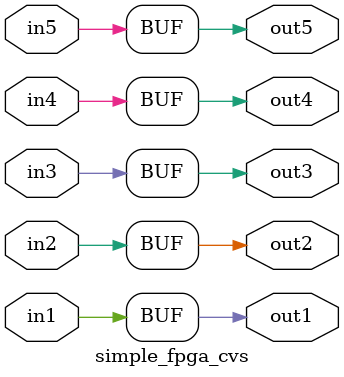
<source format=sv>
`timescale 1ps / 1ps

module simple_fpga_cvs(
    input wire in1,
    output wire out1,
    input wire in2,
    output wire out2,
    input wire in3,
    output wire out3,
    input wire in4,
    output wire out4,
    input wire in5,
    output wire out5
    );

    assign out1 = in1;
    assign out2 = in2;
    assign out3 = in3;
    assign out4 = in4;
    assign out5 = in5;
endmodule

</source>
